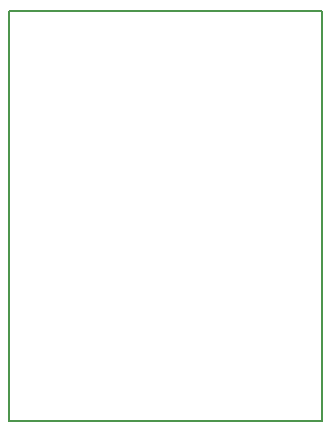
<source format=gbr>
G04 #@! TF.GenerationSoftware,KiCad,Pcbnew,no-vcs-found-33e0758~58~ubuntu16.04.1*
G04 #@! TF.CreationDate,2018-02-07T18:59:58+01:00*
G04 #@! TF.ProjectId,ultrawidebridge,756C747261776964656272696467652E,rev?*
G04 #@! TF.FileFunction,Profile,NP*
%FSLAX46Y46*%
G04 Gerber Fmt 4.6, Leading zero omitted, Abs format (unit mm)*
G04 Created by KiCad (PCBNEW no-vcs-found-33e0758~58~ubuntu16.04.1) date Wed Feb  7 18:59:58 2018*
%MOMM*%
%LPD*%
G01*
G04 APERTURE LIST*
%ADD10C,0.100000*%
%ADD11C,0.200000*%
G04 APERTURE END LIST*
D10*
D11*
X159500000Y-112750000D02*
X159500000Y-112750000D01*
X159500000Y-147500000D02*
X159500000Y-112750000D01*
X186000000Y-147500000D02*
X159500000Y-147500000D01*
X186000000Y-112750000D02*
X186000000Y-147500000D01*
X159500000Y-112750000D02*
X186000000Y-112750000D01*
M02*

</source>
